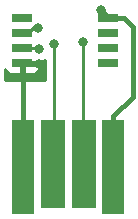
<source format=gtl>
G04 #@! TF.GenerationSoftware,KiCad,Pcbnew,5.1.2-1.fc30*
G04 #@! TF.CreationDate,2019-07-15T00:45:36+02:00*
G04 #@! TF.ProjectId,BadUSB,42616455-5342-42e6-9b69-6361645f7063,rev?*
G04 #@! TF.SameCoordinates,Original*
G04 #@! TF.FileFunction,Copper,L1,Top*
G04 #@! TF.FilePolarity,Positive*
%FSLAX46Y46*%
G04 Gerber Fmt 4.6, Leading zero omitted, Abs format (unit mm)*
G04 Created by KiCad (PCBNEW 5.1.2-1.fc30) date 2019-07-15 00:45:36*
%MOMM*%
%LPD*%
G04 APERTURE LIST*
%ADD10R,2.000000X7.500000*%
%ADD11R,1.900000X8.000000*%
%ADD12R,1.700000X0.650000*%
%ADD13C,0.800000*%
%ADD14C,0.250000*%
%ADD15C,0.400000*%
%ADD16C,0.254000*%
G04 APERTURE END LIST*
D10*
X93780000Y-55680000D03*
X91180000Y-55680000D03*
D11*
X88670000Y-55930000D03*
X96290000Y-55930000D03*
D12*
X88568933Y-43357592D03*
X88568933Y-44627592D03*
X88568933Y-45897592D03*
X88568933Y-47167592D03*
X95868933Y-47167592D03*
X95868933Y-45897592D03*
X95868933Y-44627592D03*
X95868933Y-43357592D03*
D13*
X91270000Y-45540000D03*
X93750000Y-45410000D03*
X90015083Y-47250598D03*
X95290000Y-42680000D03*
X90010739Y-46017592D03*
X89902378Y-44185802D03*
D14*
X91270000Y-55590000D02*
X91180000Y-55680000D01*
X91270000Y-45540000D02*
X91270000Y-55590000D01*
X93750000Y-55650000D02*
X93780000Y-55680000D01*
X93750000Y-45410000D02*
X93750000Y-55650000D01*
X88651939Y-47250598D02*
X88568933Y-47167592D01*
X90015083Y-47250598D02*
X88651939Y-47250598D01*
X88670000Y-47268659D02*
X88568933Y-47167592D01*
D15*
X88670000Y-55930000D02*
X88670000Y-47268659D01*
D14*
X96028933Y-43197592D02*
X95868933Y-43357592D01*
X95717468Y-43357592D02*
X95082468Y-42722592D01*
X95868933Y-43357592D02*
X95717468Y-43357592D01*
X95868933Y-43188533D02*
X95205200Y-42524800D01*
X95868933Y-43357592D02*
X95868933Y-43188533D01*
D15*
X97207592Y-43357592D02*
X95868933Y-43357592D01*
X97930000Y-44080000D02*
X97207592Y-43357592D01*
X97930000Y-50040000D02*
X97930000Y-44080000D01*
X96290000Y-55930000D02*
X96290000Y-51680000D01*
X96290000Y-51680000D02*
X97930000Y-50040000D01*
D14*
X89890739Y-45897592D02*
X90010739Y-46017592D01*
X88568933Y-45897592D02*
X89890739Y-45897592D01*
X89093933Y-44627592D02*
X88568933Y-44627592D01*
X89093933Y-44627592D02*
X89658895Y-44062630D01*
X89658895Y-44062630D02*
X89779206Y-44062630D01*
X89779206Y-44062630D02*
X89902378Y-44185802D01*
D16*
G36*
X90510000Y-48613000D02*
G01*
X87105000Y-48613000D01*
X87105000Y-47656234D01*
X87129431Y-47736772D01*
X87188396Y-47847086D01*
X87267748Y-47943777D01*
X87364439Y-48023129D01*
X87474753Y-48082094D01*
X87594451Y-48118404D01*
X87718933Y-48130664D01*
X88283183Y-48127592D01*
X88441933Y-47968842D01*
X88441933Y-47294592D01*
X88695933Y-47294592D01*
X88695933Y-47968842D01*
X88854683Y-48127592D01*
X89418933Y-48130664D01*
X89543415Y-48118404D01*
X89663113Y-48082094D01*
X89773427Y-48023129D01*
X89870118Y-47943777D01*
X89949470Y-47847086D01*
X90008435Y-47736772D01*
X90044745Y-47617074D01*
X90057005Y-47492592D01*
X90053933Y-47453342D01*
X89895183Y-47294592D01*
X88695933Y-47294592D01*
X88441933Y-47294592D01*
X88421933Y-47294592D01*
X88421933Y-47040592D01*
X88441933Y-47040592D01*
X88441933Y-47020592D01*
X88695933Y-47020592D01*
X88695933Y-47040592D01*
X89848471Y-47040592D01*
X89908800Y-47052592D01*
X90112678Y-47052592D01*
X90312637Y-47012818D01*
X90500995Y-46934797D01*
X90510000Y-46928780D01*
X90510000Y-48613000D01*
X90510000Y-48613000D01*
G37*
X90510000Y-48613000D02*
X87105000Y-48613000D01*
X87105000Y-47656234D01*
X87129431Y-47736772D01*
X87188396Y-47847086D01*
X87267748Y-47943777D01*
X87364439Y-48023129D01*
X87474753Y-48082094D01*
X87594451Y-48118404D01*
X87718933Y-48130664D01*
X88283183Y-48127592D01*
X88441933Y-47968842D01*
X88441933Y-47294592D01*
X88695933Y-47294592D01*
X88695933Y-47968842D01*
X88854683Y-48127592D01*
X89418933Y-48130664D01*
X89543415Y-48118404D01*
X89663113Y-48082094D01*
X89773427Y-48023129D01*
X89870118Y-47943777D01*
X89949470Y-47847086D01*
X90008435Y-47736772D01*
X90044745Y-47617074D01*
X90057005Y-47492592D01*
X90053933Y-47453342D01*
X89895183Y-47294592D01*
X88695933Y-47294592D01*
X88441933Y-47294592D01*
X88421933Y-47294592D01*
X88421933Y-47040592D01*
X88441933Y-47040592D01*
X88441933Y-47020592D01*
X88695933Y-47020592D01*
X88695933Y-47040592D01*
X89848471Y-47040592D01*
X89908800Y-47052592D01*
X90112678Y-47052592D01*
X90312637Y-47012818D01*
X90500995Y-46934797D01*
X90510000Y-46928780D01*
X90510000Y-48613000D01*
M02*

</source>
